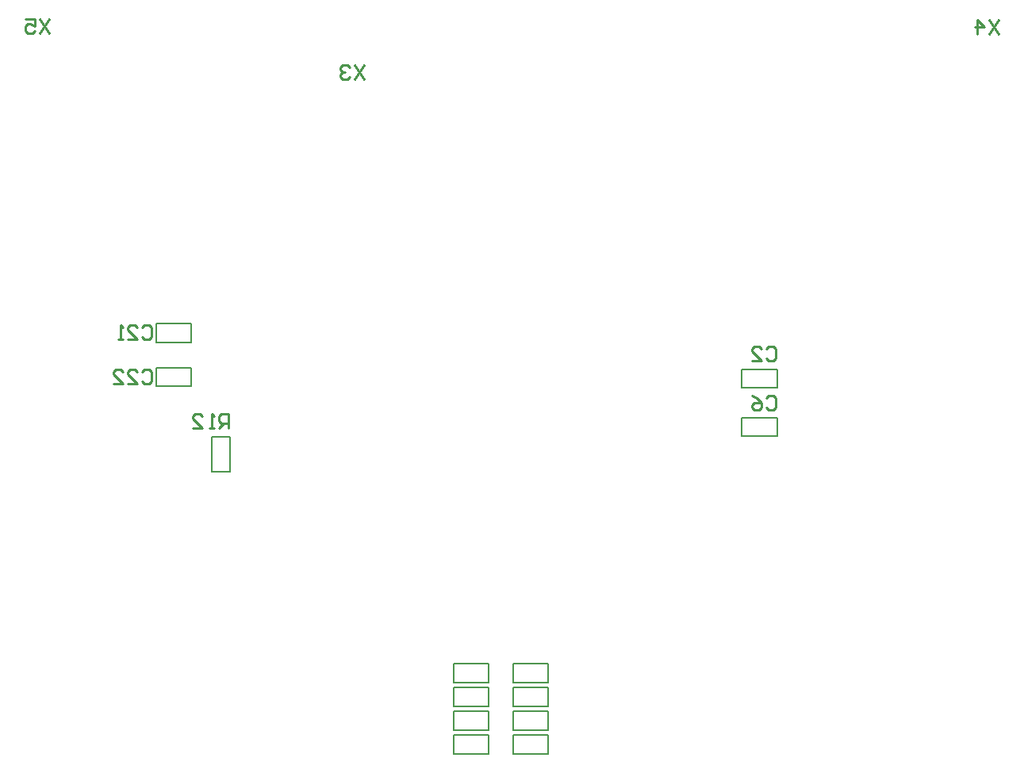
<source format=gbo>
G04 Layer_Color=32896*
%FSLAX44Y44*%
%MOMM*%
G71*
G01*
G75*
%ADD17C,0.2000*%
%ADD30C,0.2540*%
D17*
X683000Y607250D02*
X703000D01*
X683000D02*
Y644750D01*
X703000D01*
Y607250D02*
Y644750D01*
X1286750Y645000D02*
Y665000D01*
X1249250Y645000D02*
X1286750D01*
X1249250D02*
Y665000D01*
X1286750D01*
X1042750Y382320D02*
Y402320D01*
X1005250Y382320D02*
X1042750D01*
X1005250D02*
Y402320D01*
X1042750D01*
Y356920D02*
Y376920D01*
X1005250Y356920D02*
X1042750D01*
X1005250D02*
Y376920D01*
X1042750D01*
Y331520D02*
Y351520D01*
X1005250Y331520D02*
X1042750D01*
X1005250D02*
Y351520D01*
X1042750D01*
Y306120D02*
Y326120D01*
X1005250Y306120D02*
X1042750D01*
X1005250D02*
Y326120D01*
X1042750D01*
X941250Y382320D02*
Y402320D01*
X978750D01*
Y382320D02*
Y402320D01*
X941250Y382320D02*
X978750D01*
X941250Y356920D02*
Y376920D01*
X978750D01*
Y356920D02*
Y376920D01*
X941250Y356920D02*
X978750D01*
X941250Y331520D02*
Y351520D01*
X978750D01*
Y331520D02*
Y351520D01*
X941250Y331520D02*
X978750D01*
X941250Y306120D02*
Y326120D01*
X978750D01*
Y306120D02*
Y326120D01*
X941250Y306120D02*
X978750D01*
X624250Y745250D02*
Y765250D01*
X661750D01*
Y745250D02*
Y765250D01*
X624250Y745250D02*
X661750D01*
X624250Y698250D02*
Y718250D01*
X661750D01*
Y698250D02*
Y718250D01*
X624250Y698250D02*
X661750D01*
X1286750Y696750D02*
Y716750D01*
X1249250Y696750D02*
X1286750D01*
X1249250D02*
Y716750D01*
X1286750D01*
D30*
X701362Y653494D02*
Y668729D01*
X693745D01*
X691205Y666190D01*
Y661112D01*
X693745Y658572D01*
X701362D01*
X696284D02*
X691205Y653494D01*
X686127D02*
X681049D01*
X683588D01*
Y668729D01*
X686127Y666190D01*
X663274Y653494D02*
X673431D01*
X663274Y663651D01*
Y666190D01*
X665814Y668729D01*
X670892D01*
X673431Y666190D01*
X608843Y713736D02*
X611382Y716275D01*
X616461D01*
X619000Y713736D01*
Y703579D01*
X616461Y701040D01*
X611382D01*
X608843Y703579D01*
X593608Y701040D02*
X603765D01*
X593608Y711197D01*
Y713736D01*
X596147Y716275D01*
X601226D01*
X603765Y713736D01*
X578373Y701040D02*
X588530D01*
X578373Y711197D01*
Y713736D01*
X580912Y716275D01*
X585991D01*
X588530Y713736D01*
X608843Y761696D02*
X611382Y764235D01*
X616461D01*
X619000Y761696D01*
Y751539D01*
X616461Y749000D01*
X611382D01*
X608843Y751539D01*
X593608Y749000D02*
X603765D01*
X593608Y759157D01*
Y761696D01*
X596147Y764235D01*
X601226D01*
X603765Y761696D01*
X588530Y749000D02*
X583451D01*
X585991D01*
Y764235D01*
X588530Y761696D01*
X1275115Y686242D02*
X1277654Y688781D01*
X1282733D01*
X1285272Y686242D01*
Y676085D01*
X1282733Y673546D01*
X1277654D01*
X1275115Y676085D01*
X1259880Y688781D02*
X1264959Y686242D01*
X1270037Y681163D01*
Y676085D01*
X1267498Y673546D01*
X1262419D01*
X1259880Y676085D01*
Y678624D01*
X1262419Y681163D01*
X1270037D01*
X1275083Y738120D02*
X1277623Y740659D01*
X1282701D01*
X1285240Y738120D01*
Y727963D01*
X1282701Y725424D01*
X1277623D01*
X1275083Y727963D01*
X1259848Y725424D02*
X1270005D01*
X1259848Y735581D01*
Y738120D01*
X1262387Y740659D01*
X1267466D01*
X1270005Y738120D01*
X845500Y1041485D02*
X835343Y1026250D01*
Y1041485D02*
X845500Y1026250D01*
X830265Y1038946D02*
X827726Y1041485D01*
X822647D01*
X820108Y1038946D01*
Y1036407D01*
X822647Y1033867D01*
X825187D01*
X822647D01*
X820108Y1031328D01*
Y1028789D01*
X822647Y1026250D01*
X827726D01*
X830265Y1028789D01*
X1523238Y1089655D02*
X1513081Y1074420D01*
Y1089655D02*
X1523238Y1074420D01*
X1500385D02*
Y1089655D01*
X1508003Y1082038D01*
X1497846D01*
X510000Y1090235D02*
X499843Y1075000D01*
Y1090235D02*
X510000Y1075000D01*
X484608Y1090235D02*
X494765D01*
Y1082617D01*
X489687Y1085157D01*
X487147D01*
X484608Y1082617D01*
Y1077539D01*
X487147Y1075000D01*
X492226D01*
X494765Y1077539D01*
M02*

</source>
